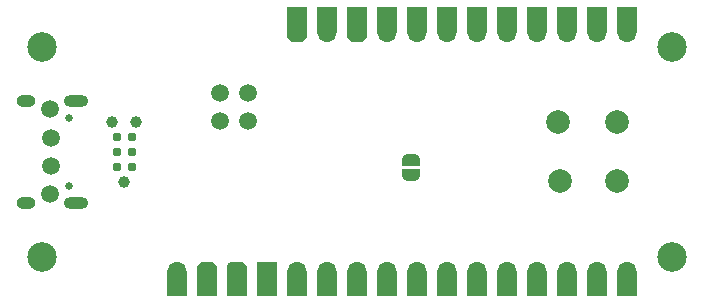
<source format=gbr>
%TF.GenerationSoftware,KiCad,Pcbnew,9.0.7*%
%TF.CreationDate,2026-01-28T15:54:31+01:00*%
%TF.ProjectId,RoyalBlue54L-Feather,526f7961-6c42-46c7-9565-35344c2d4665,rev?*%
%TF.SameCoordinates,Original*%
%TF.FileFunction,Soldermask,Bot*%
%TF.FilePolarity,Negative*%
%FSLAX46Y46*%
G04 Gerber Fmt 4.6, Leading zero omitted, Abs format (unit mm)*
G04 Created by KiCad (PCBNEW 9.0.7) date 2026-01-28 15:54:31*
%MOMM*%
%LPD*%
G01*
G04 APERTURE LIST*
G04 Aperture macros list*
%AMOutline5P*
0 Free polygon, 5 corners , with rotation*
0 The origin of the aperture is its center*
0 number of corners: always 5*
0 $1 to $10 corner X, Y*
0 $11 Rotation angle, in degrees counterclockwise*
0 create outline with 5 corners*
4,1,5,$1,$2,$3,$4,$5,$6,$7,$8,$9,$10,$1,$2,$11*%
%AMOutline6P*
0 Free polygon, 6 corners , with rotation*
0 The origin of the aperture is its center*
0 number of corners: always 6*
0 $1 to $12 corner X, Y*
0 $13 Rotation angle, in degrees counterclockwise*
0 create outline with 6 corners*
4,1,6,$1,$2,$3,$4,$5,$6,$7,$8,$9,$10,$11,$12,$1,$2,$13*%
%AMOutline7P*
0 Free polygon, 7 corners , with rotation*
0 The origin of the aperture is its center*
0 number of corners: always 7*
0 $1 to $14 corner X, Y*
0 $15 Rotation angle, in degrees counterclockwise*
0 create outline with 7 corners*
4,1,7,$1,$2,$3,$4,$5,$6,$7,$8,$9,$10,$11,$12,$13,$14,$1,$2,$15*%
%AMOutline8P*
0 Free polygon, 8 corners , with rotation*
0 The origin of the aperture is its center*
0 number of corners: always 8*
0 $1 to $16 corner X, Y*
0 $17 Rotation angle, in degrees counterclockwise*
0 create outline with 8 corners*
4,1,8,$1,$2,$3,$4,$5,$6,$7,$8,$9,$10,$11,$12,$13,$14,$15,$16,$1,$2,$17*%
%AMFreePoly0*
4,1,23,0.500000,-0.750000,0.000000,-0.750000,0.000000,-0.745722,-0.065263,-0.745722,-0.191342,-0.711940,-0.304381,-0.646677,-0.396677,-0.554381,-0.461940,-0.441342,-0.495722,-0.315263,-0.495722,-0.250000,-0.500000,-0.250000,-0.500000,0.250000,-0.495722,0.250000,-0.495722,0.315263,-0.461940,0.441342,-0.396677,0.554381,-0.304381,0.646677,-0.191342,0.711940,-0.065263,0.745722,0.000000,0.745722,
0.000000,0.750000,0.500000,0.750000,0.500000,-0.750000,0.500000,-0.750000,$1*%
%AMFreePoly1*
4,1,23,0.000000,0.745722,0.065263,0.745722,0.191342,0.711940,0.304381,0.646677,0.396677,0.554381,0.461940,0.441342,0.495722,0.315263,0.495722,0.250000,0.500000,0.250000,0.500000,-0.250000,0.495722,-0.250000,0.495722,-0.315263,0.461940,-0.441342,0.396677,-0.554381,0.304381,-0.646677,0.191342,-0.711940,0.065263,-0.745722,0.000000,-0.745722,0.000000,-0.750000,-0.500000,-0.750000,
-0.500000,0.750000,0.000000,0.750000,0.000000,0.745722,0.000000,0.745722,$1*%
%AMFreePoly2*
4,1,13,-0.850000,0.425000,-0.425000,0.850000,0.425000,0.850000,0.850000,0.425000,0.850000,-0.425000,0.425000,-0.850000,-0.425000,-0.850000,-0.556332,-0.829199,-0.674809,-0.768832,-0.768832,-0.674809,-0.829199,-0.556332,-0.850000,-0.425000,-0.850000,0.425000,-0.850000,0.425000,$1*%
G04 Aperture macros list end*
%ADD10C,2.500000*%
%ADD11C,0.650000*%
%ADD12O,2.100000X1.000000*%
%ADD13O,1.600000X1.000000*%
%ADD14Outline8P,-0.850000X0.425000X-0.425000X0.850000X0.425000X0.850000X0.850000X0.425000X0.850000X-0.425000X0.425000X-0.850000X-0.425000X-0.850000X-0.850000X-0.425000X90.000000*%
%ADD15R,1.700000X1.700000*%
%ADD16O,1.700000X1.700000*%
%ADD17R,1.700000X2.120000*%
%ADD18FreePoly0,90.000000*%
%ADD19FreePoly1,90.000000*%
%ADD20C,1.500000*%
%ADD21Outline8P,-0.850000X0.425000X-0.425000X0.850000X0.425000X0.850000X0.850000X0.425000X0.850000X-0.425000X0.425000X-0.850000X-0.425000X-0.850000X-0.850000X-0.425000X270.000000*%
%ADD22FreePoly2,270.000000*%
%ADD23C,2.000000*%
%ADD24C,0.990600*%
%ADD25C,0.787400*%
G04 APERTURE END LIST*
D10*
%TO.C,H4*%
X174980000Y-113870000D03*
%TD*%
%TO.C,H2*%
X174980000Y-96090000D03*
%TD*%
D11*
%TO.C,J3*%
X123960000Y-102090000D03*
X123960000Y-107870000D03*
D12*
X124490000Y-100660000D03*
D13*
X120310000Y-100660000D03*
D12*
X124490000Y-109300000D03*
D13*
X120310000Y-109300000D03*
%TD*%
D10*
%TO.C,H3*%
X121640000Y-113870000D03*
%TD*%
%TO.C,H1*%
X121640000Y-96090000D03*
%TD*%
D14*
%TO.C,J2*%
X143230000Y-94820000D03*
X143230000Y-94820000D03*
D15*
X143230000Y-93550000D03*
D16*
X145770000Y-94820000D03*
D17*
X145770000Y-93760000D03*
D14*
X148310000Y-94820000D03*
D17*
X148310000Y-93760000D03*
D16*
X150850000Y-94820000D03*
D17*
X150850000Y-93760000D03*
D16*
X153390000Y-94820000D03*
D17*
X153390000Y-93760000D03*
D16*
X155930000Y-94820000D03*
D17*
X155930000Y-93760000D03*
D16*
X158470000Y-94820000D03*
D17*
X158470000Y-93760000D03*
D16*
X161010000Y-94820000D03*
D17*
X161010000Y-93760000D03*
D16*
X163550000Y-94820000D03*
D17*
X163550000Y-93760000D03*
D16*
X166090000Y-94820000D03*
D17*
X166090000Y-93760000D03*
D16*
X168630000Y-94820000D03*
D17*
X168630000Y-93760000D03*
D16*
X171170000Y-94820000D03*
D17*
X171170000Y-93760000D03*
%TD*%
D18*
%TO.C,JP1*%
X152860000Y-106980000D03*
D19*
X152860000Y-105680000D03*
%TD*%
D20*
%TO.C,TP12*%
X136700000Y-102380000D03*
%TD*%
%TO.C,TP9*%
X139100000Y-99980000D03*
%TD*%
D16*
%TO.C,J1*%
X133070000Y-115140000D03*
D17*
X133070000Y-116200000D03*
D21*
X135610000Y-115140000D03*
D17*
X135610000Y-116200000D03*
D22*
X138150000Y-115140000D03*
D17*
X138150000Y-116200000D03*
D15*
X140690000Y-115140000D03*
D17*
X140690000Y-116200000D03*
D16*
X143230000Y-115140000D03*
D17*
X143230000Y-116200000D03*
D16*
X145770000Y-115140000D03*
D17*
X145770000Y-116200000D03*
D16*
X148310000Y-115140000D03*
D17*
X148310000Y-116200000D03*
D16*
X150850000Y-115140000D03*
D17*
X150850000Y-116200000D03*
D16*
X153390000Y-115140000D03*
D17*
X153390000Y-116200000D03*
D16*
X155930000Y-115140000D03*
D17*
X155930000Y-116200000D03*
D16*
X158470000Y-115140000D03*
D17*
X158470000Y-116200000D03*
D16*
X161010000Y-115140000D03*
D17*
X161010000Y-116200000D03*
D16*
X163550000Y-115140000D03*
D17*
X163550000Y-116200000D03*
D16*
X166090000Y-115140000D03*
D17*
X166090000Y-116200000D03*
D16*
X168630000Y-115140000D03*
D17*
X168630000Y-116200000D03*
D16*
X171170000Y-115140000D03*
D17*
X171170000Y-116200000D03*
%TD*%
D20*
%TO.C,TP6*%
X122300000Y-108580000D03*
%TD*%
%TO.C,TP8*%
X122400000Y-103780000D03*
%TD*%
D23*
%TO.C,TP1*%
X170360000Y-102480000D03*
%TD*%
%TO.C,TP4*%
X165510000Y-107480000D03*
%TD*%
D20*
%TO.C,TP11*%
X139100000Y-102380000D03*
%TD*%
%TO.C,TP5*%
X122300000Y-101380000D03*
%TD*%
%TO.C,TP10*%
X136700000Y-99980000D03*
%TD*%
%TO.C,TP7*%
X122400000Y-106180000D03*
%TD*%
D23*
%TO.C,TP3*%
X170360000Y-107480000D03*
%TD*%
D24*
%TO.C,J8*%
X128610000Y-107512500D03*
X127594000Y-102432500D03*
X129626000Y-102432500D03*
D25*
X127975000Y-106242500D03*
X129245000Y-106242500D03*
X127975000Y-104972500D03*
X129245000Y-104972500D03*
X127975000Y-103702500D03*
X129245000Y-103702500D03*
%TD*%
D23*
%TO.C,TP2*%
X165360000Y-102480000D03*
%TD*%
M02*

</source>
